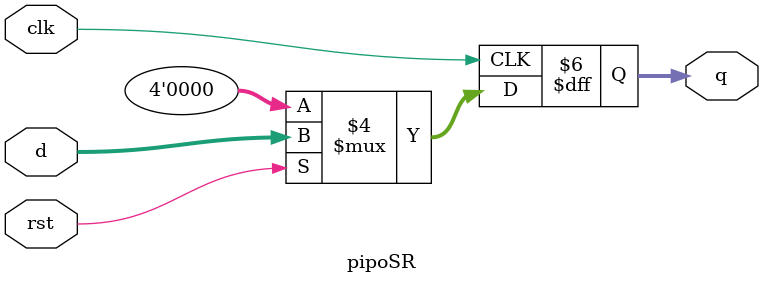
<source format=v>
`timescale 1ns / 1ps

module pipoSR(d,q,clk,rst);
input clk,rst;
input [3:0] d;
output [3:0] q;

wire [3:0] d;
reg [3:0] q;

always @ (posedge clk) begin
    if(!rst)begin
        q<=4'b0000;
    end
    else begin
        q<=d;
    end
end
endmodule

</source>
